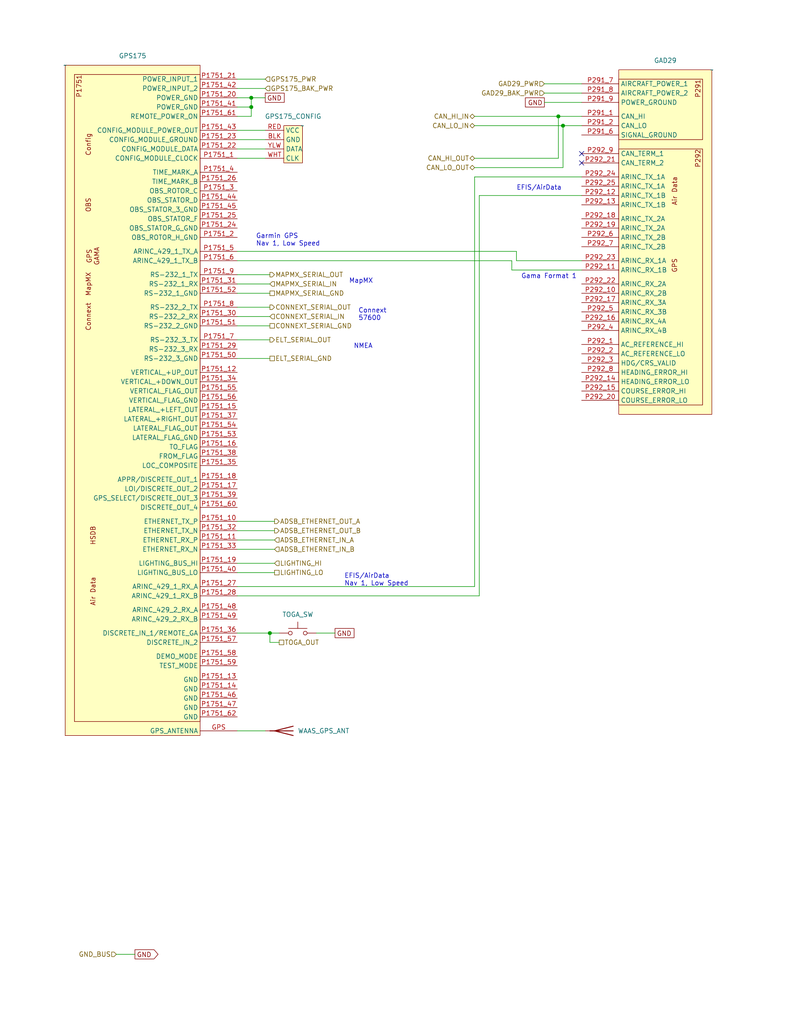
<source format=kicad_sch>
(kicad_sch (version 20230121) (generator eeschema)
  (paper "A" portrait)
  (lib_symbols
    (symbol "Device:Antenna" (pin_numbers hide) (pin_names (offset 1.016) hide)
      (property "Reference" "AE" (at -1.905 1.905 0))
      (property "Value" "Antenna" (at -1.905 0 0))
      (symbol "Antenna_0_1"
        (polyline (pts (xy 0 2.54) (xy 0 -3.81)) (stroke (width 0.254)))
        (polyline (pts (xy 1.27 2.54) (xy 0 -2.54) (xy -1.27 2.54)) (stroke (width 0.254)))
      )
      (symbol "Antenna_1_1"
        (pin input line (at 0 -5.08 90) (length 2.54) (name "A") (number "1"))
      )
    )
    (symbol "Switch:SW_Push" (pin_numbers hide) (pin_names (offset 1.016) hide)
      (property "Reference" "SW" (at 1.27 2.54 0))
      (property "Value" "SW_Push" (at 0 -1.524 0))
      (symbol "SW_Push_0_1"
        (circle (center -2.032 0) (radius 0.508))
        (polyline (pts (xy 0 1.27) (xy 0 3.048)))
        (polyline (pts (xy 2.54 1.27) (xy -2.54 1.27)))
        (circle (center 2.032 0) (radius 0.508))
        (pin passive line (at -5.08 0 0) (length 2.54) (name "1") (number "1"))
        (pin passive line (at 5.08 0 180) (length 2.54) (name "2") (number "2"))
      )
    )
    (symbol "flyerx:Garmin_Config"
      (property "Reference" "CONFIG" (at 3.81 1.27 0))
      (symbol "Garmin_Config_1_1"
        (rectangle (start 0 0) (end 5.08 -10.16) (fill (type background)))
        (pin passive line (at 10.16 -3.81 180) (length 5.08) (name "GND") (number "BLK"))
        (pin power_in line (at 10.16 -1.27 180) (length 5.08) (name "VCC") (number "RED"))
        (pin input line (at 10.16 -8.89 180) (length 5.08) (name "CLK") (number "WHT"))
        (pin bidirectional line (at 10.16 -6.35 180) (length 5.08) (name "DATA") (number "YLW"))
      )
    )
    (symbol "flyerx:Garmin_GAD29"
      (property "Reference" "GAD" (at 3.81 1.27 0))
      (symbol "Garmin_GAD29_1_1"
        (rectangle (start 0 0) (end 25.4 -93.98) (fill (type background)))
        (rectangle (start 2.54 -21.59) (end 25.4 -91.44) (fill (type background)))
        (rectangle (start 2.54 -2.54) (end 25.4 -19.05) (fill (type background)))
        (text "Air Data" (at 10.16 -33.02 900) (effects (font (size 1.27 1.27))))
        (text "GPS" (at 10.16 -53.34 900) (effects (font (size 1.27 1.27))))
        (text "P291" (at 3.81 -2.54 900) (effects (font (size 1.27 1.27)) (justify right)))
        (text "P292" (at 3.81 -21.59 900) (effects (font (size 1.27 1.27)) (justify right)))
        (pin bidirectional line (at 35.56 -12.7 180) (length 10.16) (name "CAN_HI") (number "P291_1"))
        (pin bidirectional line (at 35.56 -15.24 180) (length 10.16) (name "CAN_LO") (number "P291_2"))
        (pin passive line (at 35.56 -17.78 180) (length 10.16) (name "SIGNAL_GROUND") (number "P291_6"))
        (pin power_in line (at 35.56 -3.81 180) (length 10.16) (name "AIRCRAFT_POWER_1") (number "P291_7"))
        (pin power_in line (at 35.56 -6.35 180) (length 10.16) (name "AIRCRAFT_POWER_2") (number "P291_8"))
        (pin passive line (at 35.56 -8.89 180) (length 10.16) (name "POWER_GROUND") (number "P291_9"))
        (pin input line (at 35.56 -74.93 180) (length 10.16) (name "AC_REFERENCE_HI") (number "P292_1"))
        (pin input line (at 35.56 -60.96 180) (length 10.16) (name "ARINC_RX_2B") (number "P292_10"))
        (pin input line (at 35.56 -54.61 180) (length 10.16) (name "ARINC_RX_1B") (number "P292_11"))
        (pin output line (at 35.56 -34.29 180) (length 10.16) (name "ARINC_TX_1B") (number "P292_12"))
        (pin output line (at 35.56 -36.83 180) (length 10.16) (name "ARINC_TX_1B") (number "P292_13"))
        (pin passive line (at 35.56 -85.09 180) (length 10.16) (name "HEADING_ERROR_LO") (number "P292_14"))
        (pin output line (at 35.56 -87.63 180) (length 10.16) (name "COURSE_ERROR_HI") (number "P292_15"))
        (pin input line (at 35.56 -68.58 180) (length 10.16) (name "ARINC_RX_4A") (number "P292_16"))
        (pin input line (at 35.56 -63.5 180) (length 10.16) (name "ARINC_RX_3A") (number "P292_17"))
        (pin output line (at 35.56 -40.64 180) (length 10.16) (name "ARINC_TX_2A") (number "P292_18"))
        (pin output line (at 35.56 -43.18 180) (length 10.16) (name "ARINC_TX_2A") (number "P292_19"))
        (pin passive line (at 35.56 -77.47 180) (length 10.16) (name "AC_REFERENCE_LO") (number "P292_2"))
        (pin passive line (at 35.56 -90.17 180) (length 10.16) (name "COURSE_ERROR_LO") (number "P292_20"))
        (pin bidirectional line (at 35.56 -25.4 180) (length 10.16) (name "CAN_TERM_2") (number "P292_21"))
        (pin input line (at 35.56 -58.42 180) (length 10.16) (name "ARINC_RX_2A") (number "P292_22"))
        (pin input line (at 35.56 -52.07 180) (length 10.16) (name "ARINC_RX_1A") (number "P292_23"))
        (pin output line (at 35.56 -29.21 180) (length 10.16) (name "ARINC_TX_1A") (number "P292_24"))
        (pin output line (at 35.56 -31.75 180) (length 10.16) (name "ARINC_TX_1A") (number "P292_25"))
        (pin output line (at 35.56 -80.01 180) (length 10.16) (name "HDG/CRS_VALID") (number "P292_3"))
        (pin input line (at 35.56 -71.12 180) (length 10.16) (name "ARINC_RX_4B") (number "P292_4"))
        (pin input line (at 35.56 -66.04 180) (length 10.16) (name "ARINC_RX_3B") (number "P292_5"))
        (pin output line (at 35.56 -45.72 180) (length 10.16) (name "ARINC_TX_2B") (number "P292_6"))
        (pin output line (at 35.56 -48.26 180) (length 10.16) (name "ARINC_TX_2B") (number "P292_7"))
        (pin output line (at 35.56 -82.55 180) (length 10.16) (name "HEADING_ERROR_HI") (number "P292_8"))
        (pin bidirectional line (at 35.56 -22.86 180) (length 10.16) (name "CAN_TERM_1") (number "P292_9"))
      )
    )
    (symbol "flyerx:Garmin_GPS175"
      (property "Reference" "GPS" (at 3.81 1.27 0))
      (symbol "Garmin_GPS175_1_1"
        (rectangle (start 0 0) (end 36.83 -182.88) (fill (type background)))
        (rectangle (start 2.54 -2.54) (end 36.83 -179.07) (fill (type background)))
        (text "Air Data" (at 7.62 -143.51 900) (effects (font (size 1.27 1.27))))
        (text "Config" (at 6.35 -21.59 900) (effects (font (size 1.27 1.27))))
        (text "Connext" (at 6.35 -68.58 900) (effects (font (size 1.27 1.27))))
        (text "GPS\nGAMA" (at 7.62 -52.07 900) (effects (font (size 1.27 1.27))))
        (text "HSDB" (at 7.62 -128.27 900) (effects (font (size 1.27 1.27))))
        (text "MapMX" (at 6.35 -59.69 900) (effects (font (size 1.27 1.27))))
        (text "OBS" (at 6.35 -38.1 900) (effects (font (size 1.27 1.27))))
        (text "P1751" (at 3.81 -2.54 900) (effects (font (size 1.27 1.27)) (justify right)))
        (pin input line (at 46.99 -181.61 180) (length 10.16) (name "GPS_ANTENNA") (number "GPS"))
        (pin output line (at 46.99 -25.4 180) (length 10.16) (name "CONFIG_MODULE_CLOCK") (number "P1751_1"))
        (pin output line (at 46.99 -124.46 180) (length 10.16) (name "ETHERNET_TX_P") (number "P1751_10"))
        (pin input line (at 46.99 -129.54 180) (length 10.16) (name "ETHERNET_RX_P") (number "P1751_11"))
        (pin output line (at 46.99 -83.82 180) (length 10.16) (name "VERTICAL_+UP_OUT") (number "P1751_12"))
        (pin passive line (at 46.99 -167.64 180) (length 10.16) (name "GND") (number "P1751_13"))
        (pin passive line (at 46.99 -170.18 180) (length 10.16) (name "GND") (number "P1751_14"))
        (pin output line (at 46.99 -93.98 180) (length 10.16) (name "LATERAL_+LEFT_OUT") (number "P1751_15"))
        (pin output line (at 46.99 -104.14 180) (length 10.16) (name "TO_FLAG") (number "P1751_16"))
        (pin output line (at 46.99 -115.57 180) (length 10.16) (name "LOI/DISCRETE_OUT_2") (number "P1751_17"))
        (pin output line (at 46.99 -113.03 180) (length 10.16) (name "APPR/DISCRETE_OUT_1") (number "P1751_18"))
        (pin input line (at 46.99 -135.89 180) (length 10.16) (name "LIGHTING_BUS_HI") (number "P1751_19"))
        (pin passive line (at 46.99 -46.99 180) (length 10.16) (name "OBS_ROTOR_H_GND") (number "P1751_2"))
        (pin passive line (at 46.99 -8.89 180) (length 10.16) (name "POWER_GND") (number "P1751_20"))
        (pin power_in line (at 46.99 -3.81 180) (length 10.16) (name "POWER_INPUT_1") (number "P1751_21"))
        (pin bidirectional line (at 46.99 -22.86 180) (length 10.16) (name "CONFIG_MODULE_DATA") (number "P1751_22"))
        (pin passive line (at 46.99 -20.32 180) (length 10.16) (name "CONFIG_MODULE_GROUND") (number "P1751_23"))
        (pin passive line (at 46.99 -44.45 180) (length 10.16) (name "OBS_STATOR_G_GND") (number "P1751_24"))
        (pin bidirectional line (at 46.99 -41.91 180) (length 10.16) (name "OBS_STATOR_F") (number "P1751_25"))
        (pin bidirectional line (at 46.99 -31.75 180) (length 10.16) (name "TIME_MARK_B") (number "P1751_26"))
        (pin input line (at 46.99 -142.24 180) (length 10.16) (name "ARINC_429_1_RX_A") (number "P1751_27"))
        (pin input line (at 46.99 -144.78 180) (length 10.16) (name "ARINC_429_1_RX_B") (number "P1751_28"))
        (pin input line (at 46.99 -77.47 180) (length 10.16) (name "RS-232_3_RX") (number "P1751_29"))
        (pin bidirectional line (at 46.99 -34.29 180) (length 10.16) (name "OBS_ROTOR_C") (number "P1751_3"))
        (pin input line (at 46.99 -68.58 180) (length 10.16) (name "RS-232_2_RX") (number "P1751_30"))
        (pin input line (at 46.99 -59.69 180) (length 10.16) (name "RS-232_1_RX") (number "P1751_31"))
        (pin output line (at 46.99 -127 180) (length 10.16) (name "ETHERNET_TX_N") (number "P1751_32"))
        (pin input line (at 46.99 -132.08 180) (length 10.16) (name "ETHERNET_RX_N") (number "P1751_33"))
        (pin output line (at 46.99 -86.36 180) (length 10.16) (name "VERTICAL_+DOWN_OUT") (number "P1751_34"))
        (pin output line (at 46.99 -109.22 180) (length 10.16) (name "LOC_COMPOSITE") (number "P1751_35"))
        (pin input line (at 46.99 -154.94 180) (length 10.16) (name "DISCRETE_IN_1/REMOTE_GA") (number "P1751_36"))
        (pin output line (at 46.99 -96.52 180) (length 10.16) (name "LATERAL_+RIGHT_OUT") (number "P1751_37"))
        (pin output line (at 46.99 -106.68 180) (length 10.16) (name "FROM_FLAG") (number "P1751_38"))
        (pin output line (at 46.99 -118.11 180) (length 10.16) (name "GPS_SELECT/DISCRETE_OUT_3") (number "P1751_39"))
        (pin bidirectional line (at 46.99 -29.21 180) (length 10.16) (name "TIME_MARK_A") (number "P1751_4"))
        (pin bidirectional line (at 46.99 -138.43 180) (length 10.16) (name "LIGHTING_BUS_LO") (number "P1751_40"))
        (pin passive line (at 46.99 -11.43 180) (length 10.16) (name "POWER_GND") (number "P1751_41"))
        (pin power_in line (at 46.99 -6.35 180) (length 10.16) (name "POWER_INPUT_2") (number "P1751_42"))
        (pin power_out line (at 46.99 -17.78 180) (length 10.16) (name "CONFIG_MODULE_POWER_OUT") (number "P1751_43"))
        (pin bidirectional line (at 46.99 -36.83 180) (length 10.16) (name "OBS_STATOR_D") (number "P1751_44"))
        (pin passive line (at 46.99 -39.37 180) (length 10.16) (name "OBS_STATOR_3_GND") (number "P1751_45"))
        (pin passive line (at 46.99 -172.72 180) (length 10.16) (name "GND") (number "P1751_46"))
        (pin passive line (at 46.99 -175.26 180) (length 10.16) (name "GND") (number "P1751_47"))
        (pin input line (at 46.99 -148.59 180) (length 10.16) (name "ARINC_429_2_RX_A") (number "P1751_48"))
        (pin input line (at 46.99 -151.13 180) (length 10.16) (name "ARINC_429_2_RX_B") (number "P1751_49"))
        (pin output line (at 46.99 -50.8 180) (length 10.16) (name "ARINC_429_1_TX_A") (number "P1751_5"))
        (pin passive line (at 46.99 -80.01 180) (length 10.16) (name "RS-232_3_GND") (number "P1751_50"))
        (pin passive line (at 46.99 -71.12 180) (length 10.16) (name "RS-232_2_GND") (number "P1751_51"))
        (pin passive line (at 46.99 -62.23 180) (length 10.16) (name "RS-232_1_GND") (number "P1751_52"))
        (pin passive line (at 46.99 -101.6 180) (length 10.16) (name "LATERAL_FLAG_GND") (number "P1751_53"))
        (pin output line (at 46.99 -99.06 180) (length 10.16) (name "LATERAL_FLAG_OUT") (number "P1751_54"))
        (pin output line (at 46.99 -88.9 180) (length 10.16) (name "VERTICAL_FLAG_OUT") (number "P1751_55"))
        (pin passive line (at 46.99 -91.44 180) (length 10.16) (name "VERTICAL_FLAG_GND") (number "P1751_56"))
        (pin input line (at 46.99 -157.48 180) (length 10.16) (name "DISCRETE_IN_2") (number "P1751_57"))
        (pin input line (at 46.99 -161.29 180) (length 10.16) (name "DEMO_MODE") (number "P1751_58"))
        (pin input line (at 46.99 -163.83 180) (length 10.16) (name "TEST_MODE") (number "P1751_59"))
        (pin output line (at 46.99 -53.34 180) (length 10.16) (name "ARINC_429_1_TX_B") (number "P1751_6"))
        (pin output line (at 46.99 -120.65 180) (length 10.16) (name "DISCRETE_OUT_4") (number "P1751_60"))
        (pin input line (at 46.99 -13.97 180) (length 10.16) (name "REMOTE_POWER_ON") (number "P1751_61"))
        (pin passive line (at 46.99 -177.8 180) (length 10.16) (name "GND") (number "P1751_62"))
        (pin output line (at 46.99 -74.93 180) (length 10.16) (name "RS-232_3_TX") (number "P1751_7"))
        (pin output line (at 46.99 -66.04 180) (length 10.16) (name "RS-232_2_TX") (number "P1751_8"))
        (pin output line (at 46.99 -57.15 180) (length 10.16) (name "RS-232_1_TX") (number "P1751_9"))
      )
    )
  )
  (junction (at 152.4 31.75))
  (junction (at 153.67 34.29))
  (junction (at 73.66 172.72))
  (junction (at 68.58 26.67))
  (junction (at 68.58 29.21))
  (no_connect (at 158.75 44.45))
  (no_connect (at 158.75 41.91))
  (wire (pts (xy 139.7 71.12) (xy 139.7 73.66)))
  (wire (pts (xy 64.77 40.64) (xy 72.39 40.64)))
  (wire (pts (xy 139.7 73.66) (xy 158.75 73.66)))
  (wire (pts (xy 64.77 172.72) (xy 73.66 172.72)))
  (wire (pts (xy 64.77 147.32) (xy 74.93 147.32)))
  (wire (pts (xy 64.77 92.71) (xy 73.66 92.71)))
  (wire (pts (xy 68.58 26.67) (xy 72.39 26.67)))
  (wire (pts (xy 64.77 83.82) (xy 73.66 83.82)))
  (wire (pts (xy 64.77 153.67) (xy 74.93 153.67)))
  (wire (pts (xy 130.81 53.34) (xy 158.75 53.34)))
  (wire (pts (xy 73.66 172.72) (xy 76.2 172.72)))
  (wire (pts (xy 130.81 162.56) (xy 130.81 53.34)))
  (wire (pts (xy 129.54 43.18) (xy 152.4 43.18)))
  (wire (pts (xy 31.75 260.35) (xy 36.83 260.35)))
  (wire (pts (xy 129.54 160.02) (xy 129.54 48.26)))
  (wire (pts (xy 64.77 77.47) (xy 73.66 77.47)))
  (wire (pts (xy 64.77 97.79) (xy 73.66 97.79)))
  (wire (pts (xy 64.77 71.12) (xy 139.7 71.12)))
  (wire (pts (xy 64.77 68.58) (xy 140.97 68.58)))
  (wire (pts (xy 153.67 34.29) (xy 158.75 34.29)))
  (wire (pts (xy 64.77 162.56) (xy 130.81 162.56)))
  (wire (pts (xy 140.97 71.12) (xy 158.75 71.12)))
  (wire (pts (xy 64.77 35.56) (xy 72.39 35.56)))
  (wire (pts (xy 129.54 31.75) (xy 152.4 31.75)))
  (wire (pts (xy 64.77 142.24) (xy 74.93 142.24)))
  (wire (pts (xy 148.59 25.4) (xy 158.75 25.4)))
  (wire (pts (xy 64.77 86.36) (xy 73.66 86.36)))
  (wire (pts (xy 64.77 156.21) (xy 74.93 156.21)))
  (wire (pts (xy 129.54 45.72) (xy 153.67 45.72)))
  (wire (pts (xy 64.77 21.59) (xy 72.39 21.59)))
  (wire (pts (xy 152.4 31.75) (xy 158.75 31.75)))
  (wire (pts (xy 64.77 80.01) (xy 73.66 80.01)))
  (wire (pts (xy 68.58 29.21) (xy 68.58 26.67)))
  (wire (pts (xy 152.4 43.18) (xy 152.4 31.75)))
  (wire (pts (xy 73.66 175.26) (xy 73.66 172.72)))
  (wire (pts (xy 64.77 24.13) (xy 72.39 24.13)))
  (wire (pts (xy 64.77 74.93) (xy 73.66 74.93)))
  (wire (pts (xy 86.36 172.72) (xy 91.44 172.72)))
  (wire (pts (xy 140.97 68.58) (xy 140.97 71.12)))
  (wire (pts (xy 64.77 160.02) (xy 129.54 160.02)))
  (wire (pts (xy 64.77 149.86) (xy 74.93 149.86)))
  (wire (pts (xy 129.54 34.29) (xy 153.67 34.29)))
  (wire (pts (xy 153.67 45.72) (xy 153.67 34.29)))
  (wire (pts (xy 64.77 43.18) (xy 72.39 43.18)))
  (wire (pts (xy 64.77 31.75) (xy 68.58 31.75)))
  (wire (pts (xy 64.77 38.1) (xy 72.39 38.1)))
  (wire (pts (xy 129.54 48.26) (xy 158.75 48.26)))
  (wire (pts (xy 76.2 175.26) (xy 73.66 175.26)))
  (wire (pts (xy 64.77 144.78) (xy 74.93 144.78)))
  (wire (pts (xy 64.77 29.21) (xy 68.58 29.21)))
  (wire (pts (xy 148.59 27.94) (xy 158.75 27.94)))
  (wire (pts (xy 64.77 88.9) (xy 73.66 88.9)))
  (wire (pts (xy 148.59 22.86) (xy 158.75 22.86)))
  (wire (pts (xy 64.77 26.67) (xy 68.58 26.67)))
  (wire (pts (xy 64.77 199.39) (xy 72.39 199.39)))
  (wire (pts (xy 68.58 31.75) (xy 68.58 29.21)))
  (text "NMEA" (at 96.52 95.25 0) (effects (font (size 1.27 1.27)) (justify left bottom)))
  (text "MapMX" (at 95.25 77.47 0) (effects (font (size 1.27 1.27)) (justify left bottom)))
  (text "Connext\n57600" (at 97.79 87.63 0) (effects (font (size 1.27 1.27)) (justify left bottom)))
  (text "Garmin GPS\nNav 1, Low Speed" (at 69.85 67.31 0) (effects (font (size 1.27 1.27)) (justify left bottom)))
  (text "Gama Format 1" (at 142.24 76.2 0) (effects (font (size 1.27 1.27)) (justify left bottom)))
  (text "EFIS/AirData" (at 140.97 52.07 0) (effects (font (size 1.27 1.27)) (justify left bottom)))
  (text "EFIS/AirData \nNav 1, Low Speed" (at 93.98 160.02 0) (effects (font (size 1.27 1.27)) (justify left bottom)))
  (global_label "GND" (shape passive) (at 72.39 26.67 0) (property "Intersheetrefs" "${INTERSHEET_REFS}" (effects hide)))
  (global_label "GND" (shape output) (at 36.83 260.35 0) (property "Intersheetrefs" "${INTERSHEET_REFS}" (effects hide)))
  (global_label "GND" (shape passive) (at 91.44 172.72 0) (property "Intersheetrefs" "${INTERSHEET_REFS}" (effects hide)))
  (global_label "GND" (shape passive) (at 148.59 27.94 180) (property "Intersheetrefs" "${INTERSHEET_REFS}" (effects hide)))
  (hierarchical_label "GND_BUS" (shape input) (at 31.75 260.35 180))
  (hierarchical_label "CONNEXT_SERIAL_OUT" (shape output) (at 73.66 83.82 0))
  (hierarchical_label "ELT_SERIAL_GND" (shape passive) (at 73.66 97.79 0))
  (hierarchical_label "ADSB_ETHERNET_IN_A" (shape input) (at 74.93 147.32 0))
  (hierarchical_label "CAN_LO_OUT" (shape bidirectional) (at 129.54 45.72 180))
  (hierarchical_label "CAN_HI_OUT" (shape bidirectional) (at 129.54 43.18 180))
  (hierarchical_label "GPS175_PWR" (shape input) (at 72.39 21.59 0))
  (hierarchical_label "LIGHTING_LO" (shape passive) (at 74.93 156.21 0))
  (hierarchical_label "CONNEXT_SERIAL_GND" (shape passive) (at 73.66 88.9 0))
  (hierarchical_label "GAD29_PWR" (shape input) (at 148.59 22.86 180))
  (hierarchical_label "MAPMX_SERIAL_OUT" (shape output) (at 73.66 74.93 0))
  (hierarchical_label "ELT_SERIAL_OUT" (shape output) (at 73.66 92.71 0))
  (hierarchical_label "LIGHTING_HI" (shape input) (at 74.93 153.67 0))
  (hierarchical_label "ADSB_ETHERNET_OUT_A" (shape output) (at 74.93 142.24 0))
  (hierarchical_label "GPS175_BAK_PWR" (shape input) (at 72.39 24.13 0))
  (hierarchical_label "CAN_LO_IN" (shape bidirectional) (at 129.54 34.29 180))
  (hierarchical_label "MAPMX_SERIAL_GND" (shape passive) (at 73.66 80.01 0))
  (hierarchical_label "CAN_HI_IN" (shape bidirectional) (at 129.54 31.75 180))
  (hierarchical_label "ADSB_ETHERNET_IN_B" (shape input) (at 74.93 149.86 0))
  (hierarchical_label "CONNEXT_SERIAL_IN" (shape input) (at 73.66 86.36 0))
  (hierarchical_label "ADSB_ETHERNET_OUT_B" (shape output) (at 74.93 144.78 0))
  (hierarchical_label "MAPMX_SERIAL_IN" (shape input) (at 73.66 77.47 0))
  (hierarchical_label "GAD29_BAK_PWR" (shape input) (at 148.59 25.4 180))
  (hierarchical_label "TOGA_OUT" (shape passive) (at 76.2 175.26 0))
  (symbol (lib_id "flyerx:Garmin_Config") (at 82.55 34.29 0) (mirror y) (unit 1)
    (property "Reference" "GPS175_CONFIG" (at 80.01 31.75 0))
    (property "Value" "~" (at 82.55 34.29 0))
  )
  (symbol (lib_id "Device:Antenna") (at 77.47 199.39 270) (unit 1)
    (property "Reference" "WAAS_GPS_ANT" (at 81.28 199.39 90) (effects (justify left)))
    (property "Value" "Antenna" (effects hide))
  )
  (symbol (lib_id "flyerx:Garmin_GAD29") (at 194.31 19.05 0) (mirror y) (unit 1)
    (property "Reference" "GAD29" (at 181.61 16.51 0))
    (property "Value" "~" (at 194.31 19.05 0))
  )
  (symbol (lib_id "flyerx:Garmin_GPS175") (at 17.78 17.78 0) (unit 1)
    (property "Reference" "GPS175" (at 36.195 15.24 0))
    (property "Value" "~" (at 17.78 17.78 0))
  )
  (symbol (lib_id "Switch:SW_Push") (at 81.28 172.72 0) (unit 1)
    (property "Reference" "TOGA_SW" (at 81.28 167.64 0))
    (property "Value" "SW_Push" (effects hide))
  )
)
</source>
